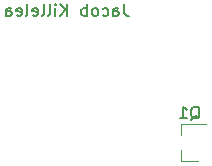
<source format=gbr>
%TF.GenerationSoftware,KiCad,Pcbnew,5.1.9-73d0e3b20d~88~ubuntu20.04.1*%
%TF.CreationDate,2021-03-05T17:06:57-06:00*%
%TF.ProjectId,avricsp-breakout,61767269-6373-4702-9d62-7265616b6f75,rev?*%
%TF.SameCoordinates,Original*%
%TF.FileFunction,Legend,Bot*%
%TF.FilePolarity,Positive*%
%FSLAX46Y46*%
G04 Gerber Fmt 4.6, Leading zero omitted, Abs format (unit mm)*
G04 Created by KiCad (PCBNEW 5.1.9-73d0e3b20d~88~ubuntu20.04.1) date 2021-03-05 17:06:57*
%MOMM*%
%LPD*%
G01*
G04 APERTURE LIST*
%ADD10C,0.150000*%
%ADD11C,0.120000*%
G04 APERTURE END LIST*
D10*
X128555142Y-105116380D02*
X128555142Y-105830666D01*
X128602761Y-105973523D01*
X128698000Y-106068761D01*
X128840857Y-106116380D01*
X128936095Y-106116380D01*
X127650380Y-106116380D02*
X127650380Y-105592571D01*
X127698000Y-105497333D01*
X127793238Y-105449714D01*
X127983714Y-105449714D01*
X128078952Y-105497333D01*
X127650380Y-106068761D02*
X127745619Y-106116380D01*
X127983714Y-106116380D01*
X128078952Y-106068761D01*
X128126571Y-105973523D01*
X128126571Y-105878285D01*
X128078952Y-105783047D01*
X127983714Y-105735428D01*
X127745619Y-105735428D01*
X127650380Y-105687809D01*
X126745619Y-106068761D02*
X126840857Y-106116380D01*
X127031333Y-106116380D01*
X127126571Y-106068761D01*
X127174190Y-106021142D01*
X127221809Y-105925904D01*
X127221809Y-105640190D01*
X127174190Y-105544952D01*
X127126571Y-105497333D01*
X127031333Y-105449714D01*
X126840857Y-105449714D01*
X126745619Y-105497333D01*
X126174190Y-106116380D02*
X126269428Y-106068761D01*
X126317047Y-106021142D01*
X126364666Y-105925904D01*
X126364666Y-105640190D01*
X126317047Y-105544952D01*
X126269428Y-105497333D01*
X126174190Y-105449714D01*
X126031333Y-105449714D01*
X125936095Y-105497333D01*
X125888476Y-105544952D01*
X125840857Y-105640190D01*
X125840857Y-105925904D01*
X125888476Y-106021142D01*
X125936095Y-106068761D01*
X126031333Y-106116380D01*
X126174190Y-106116380D01*
X125412285Y-106116380D02*
X125412285Y-105116380D01*
X125412285Y-105497333D02*
X125317047Y-105449714D01*
X125126571Y-105449714D01*
X125031333Y-105497333D01*
X124983714Y-105544952D01*
X124936095Y-105640190D01*
X124936095Y-105925904D01*
X124983714Y-106021142D01*
X125031333Y-106068761D01*
X125126571Y-106116380D01*
X125317047Y-106116380D01*
X125412285Y-106068761D01*
X123745619Y-106116380D02*
X123745619Y-105116380D01*
X123174190Y-106116380D02*
X123602761Y-105544952D01*
X123174190Y-105116380D02*
X123745619Y-105687809D01*
X122745619Y-106116380D02*
X122745619Y-105449714D01*
X122745619Y-105116380D02*
X122793238Y-105164000D01*
X122745619Y-105211619D01*
X122698000Y-105164000D01*
X122745619Y-105116380D01*
X122745619Y-105211619D01*
X122126571Y-106116380D02*
X122221809Y-106068761D01*
X122269428Y-105973523D01*
X122269428Y-105116380D01*
X121602761Y-106116380D02*
X121698000Y-106068761D01*
X121745619Y-105973523D01*
X121745619Y-105116380D01*
X120840857Y-106068761D02*
X120936095Y-106116380D01*
X121126571Y-106116380D01*
X121221809Y-106068761D01*
X121269428Y-105973523D01*
X121269428Y-105592571D01*
X121221809Y-105497333D01*
X121126571Y-105449714D01*
X120936095Y-105449714D01*
X120840857Y-105497333D01*
X120793238Y-105592571D01*
X120793238Y-105687809D01*
X121269428Y-105783047D01*
X120221809Y-106116380D02*
X120317047Y-106068761D01*
X120364666Y-105973523D01*
X120364666Y-105116380D01*
X119459904Y-106068761D02*
X119555142Y-106116380D01*
X119745619Y-106116380D01*
X119840857Y-106068761D01*
X119888476Y-105973523D01*
X119888476Y-105592571D01*
X119840857Y-105497333D01*
X119745619Y-105449714D01*
X119555142Y-105449714D01*
X119459904Y-105497333D01*
X119412285Y-105592571D01*
X119412285Y-105687809D01*
X119888476Y-105783047D01*
X118555142Y-106116380D02*
X118555142Y-105592571D01*
X118602761Y-105497333D01*
X118698000Y-105449714D01*
X118888476Y-105449714D01*
X118983714Y-105497333D01*
X118555142Y-106068761D02*
X118650380Y-106116380D01*
X118888476Y-106116380D01*
X118983714Y-106068761D01*
X119031333Y-105973523D01*
X119031333Y-105878285D01*
X118983714Y-105783047D01*
X118888476Y-105735428D01*
X118650380Y-105735428D01*
X118555142Y-105687809D01*
D11*
%TO.C,Q1*%
X133352000Y-118420000D02*
X133352000Y-117490000D01*
X133352000Y-115260000D02*
X133352000Y-116190000D01*
X133352000Y-115260000D02*
X135512000Y-115260000D01*
X133352000Y-118420000D02*
X134812000Y-118420000D01*
D10*
X134207238Y-114887619D02*
X134302476Y-114840000D01*
X134397714Y-114744761D01*
X134540571Y-114601904D01*
X134635809Y-114554285D01*
X134731047Y-114554285D01*
X134683428Y-114792380D02*
X134778666Y-114744761D01*
X134873904Y-114649523D01*
X134921523Y-114459047D01*
X134921523Y-114125714D01*
X134873904Y-113935238D01*
X134778666Y-113840000D01*
X134683428Y-113792380D01*
X134492952Y-113792380D01*
X134397714Y-113840000D01*
X134302476Y-113935238D01*
X134254857Y-114125714D01*
X134254857Y-114459047D01*
X134302476Y-114649523D01*
X134397714Y-114744761D01*
X134492952Y-114792380D01*
X134683428Y-114792380D01*
X133302476Y-114792380D02*
X133873904Y-114792380D01*
X133588190Y-114792380D02*
X133588190Y-113792380D01*
X133683428Y-113935238D01*
X133778666Y-114030476D01*
X133873904Y-114078095D01*
%TD*%
M02*

</source>
